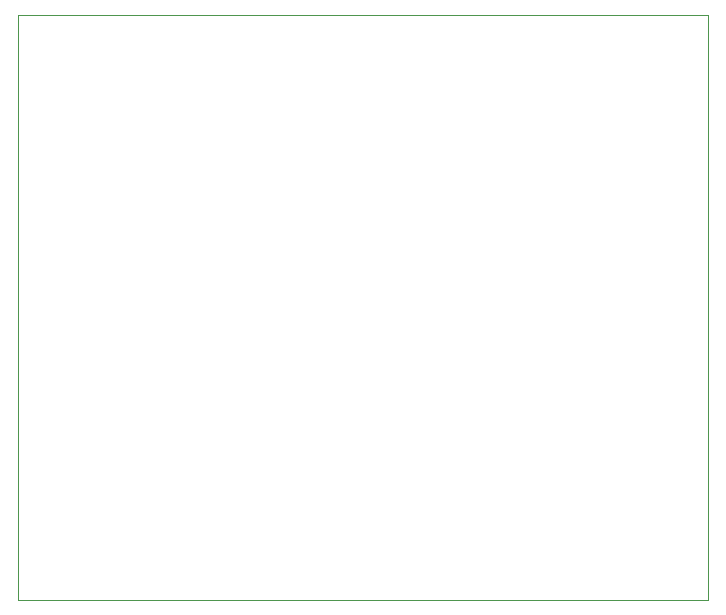
<source format=gbr>
G04 (created by PCBNEW (2013-07-07 BZR 4022)-stable) date 17/05/2017 16:52:46*
%MOIN*%
G04 Gerber Fmt 3.4, Leading zero omitted, Abs format*
%FSLAX34Y34*%
G01*
G70*
G90*
G04 APERTURE LIST*
%ADD10C,0.00590551*%
%ADD11C,0.00393701*%
G04 APERTURE END LIST*
G54D10*
G54D11*
X52500Y-52500D02*
X52500Y-33000D01*
X75500Y-52500D02*
X52500Y-52500D01*
X75500Y-33000D02*
X75500Y-52500D01*
X52500Y-33000D02*
X75500Y-33000D01*
M02*

</source>
